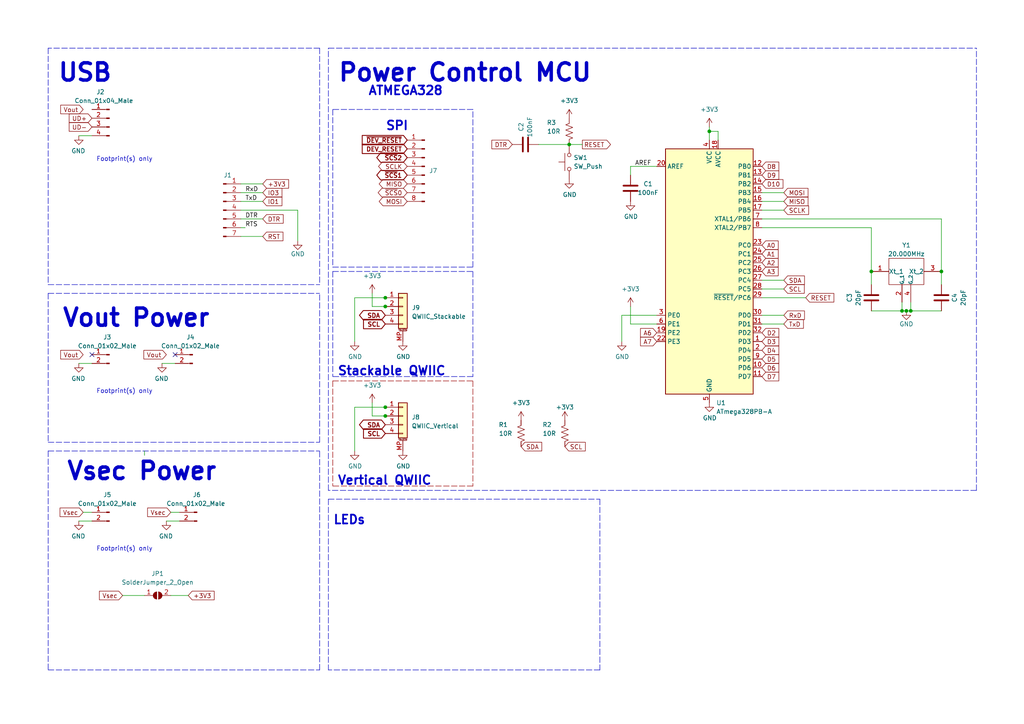
<source format=kicad_sch>
(kicad_sch (version 20211123) (generator eeschema)
  (paper "A4")
  (title_block (title "Tarduino Clone") (rev "0.0.0") (company "The Nerd Mage") (comment 2 "Massively a WIP!"))
  (lib_symbols
    (symbol "0-TINKER Customs:ABM8-26.000MHz-20-D1X-T" (pin_names (offset 0.002))
      (property "Reference" "Y2" (at 0 8.255 0))
      (property "Value" "ABM8-26.000MHz-20-D1X-T" (at 0 6.35 0))
      (symbol "ABM8-26.000MHz-20-D1X-T_0_0"
        (pin passive line (at -10.16 0 0) (length 5.08) (name "Xt_1") (number "1"))
        (pin passive line (at -1.27 -8.89 90) (length 5.08) (name "G_1") (number "2"))
        (pin passive line (at 10.16 0 180) (length 5.08) (name "Xt_2") (number "3"))
        (pin passive line (at 1.27 -8.89 90) (length 5.08) (name "G_2") (number "4"))
      )
      (symbol "ABM8-26.000MHz-20-D1X-T_0_1"
        (polyline (pts (xy -5.08 3.81) (xy 5.08 3.81) (xy 5.08 -3.81) (xy -5.08 -3.81) (xy -5.08 3.81)) (stroke (width 0.1524)))
      )
    )
    (symbol "Connector:Conn_01x02_Male" (pin_names (offset 1.016) hide)
      (property "Reference" "J" (at 0 2.54 0))
      (property "Value" "Conn_01x02_Male" (at 0 -5.08 0))
      (symbol "Conn_01x02_Male_1_1"
        (polyline (pts (xy 1.27 -2.54) (xy 0.8636 -2.54)) (stroke (width 0.1524)))
        (polyline (pts (xy 1.27 0) (xy 0.8636 0)) (stroke (width 0.1524)))
        (rectangle (start 0.8636 -2.413) (end 0 -2.667) (stroke (width 0.1524)) (fill (type outline)))
        (rectangle (start 0.8636 0.127) (end 0 -0.127) (stroke (width 0.1524)) (fill (type outline)))
        (pin passive line (at 5.08 0 180) (length 3.81) (name "Pin_1") (number "1"))
        (pin passive line (at 5.08 -2.54 180) (length 3.81) (name "Pin_2") (number "2"))
      )
    )
    (symbol "Connector:Conn_01x04_Male" (pin_names (offset 1.016) hide)
      (property "Reference" "J" (at 0 5.08 0))
      (property "Value" "Conn_01x04_Male" (at 0 -7.62 0))
      (symbol "Conn_01x04_Male_1_1"
        (polyline (pts (xy 1.27 -5.08) (xy 0.8636 -5.08)) (stroke (width 0.1524)))
        (polyline (pts (xy 1.27 -2.54) (xy 0.8636 -2.54)) (stroke (width 0.1524)))
        (polyline (pts (xy 1.27 0) (xy 0.8636 0)) (stroke (width 0.1524)))
        (polyline (pts (xy 1.27 2.54) (xy 0.8636 2.54)) (stroke (width 0.1524)))
        (rectangle (start 0.8636 -4.953) (end 0 -5.207) (stroke (width 0.1524)) (fill (type outline)))
        (rectangle (start 0.8636 -2.413) (end 0 -2.667) (stroke (width 0.1524)) (fill (type outline)))
        (rectangle (start 0.8636 0.127) (end 0 -0.127) (stroke (width 0.1524)) (fill (type outline)))
        (rectangle (start 0.8636 2.667) (end 0 2.413) (stroke (width 0.1524)) (fill (type outline)))
        (pin passive line (at 5.08 2.54 180) (length 3.81) (name "Pin_1") (number "1"))
        (pin passive line (at 5.08 0 180) (length 3.81) (name "Pin_2") (number "2"))
        (pin passive line (at 5.08 -2.54 180) (length 3.81) (name "Pin_3") (number "3"))
        (pin passive line (at 5.08 -5.08 180) (length 3.81) (name "Pin_4") (number "4"))
      )
    )
    (symbol "Connector:Conn_01x07_Male" (pin_names (offset 1.016) hide)
      (property "Reference" "J" (at 0 10.16 0))
      (property "Value" "Conn_01x07_Male" (at 0 -10.16 0))
      (symbol "Conn_01x07_Male_1_1"
        (polyline (pts (xy 1.27 -7.62) (xy 0.8636 -7.62)) (stroke (width 0.1524)))
        (polyline (pts (xy 1.27 -5.08) (xy 0.8636 -5.08)) (stroke (width 0.1524)))
        (polyline (pts (xy 1.27 -2.54) (xy 0.8636 -2.54)) (stroke (width 0.1524)))
        (polyline (pts (xy 1.27 0) (xy 0.8636 0)) (stroke (width 0.1524)))
        (polyline (pts (xy 1.27 2.54) (xy 0.8636 2.54)) (stroke (width 0.1524)))
        (polyline (pts (xy 1.27 5.08) (xy 0.8636 5.08)) (stroke (width 0.1524)))
        (polyline (pts (xy 1.27 7.62) (xy 0.8636 7.62)) (stroke (width 0.1524)))
        (rectangle (start 0.8636 -7.493) (end 0 -7.747) (stroke (width 0.1524)) (fill (type outline)))
        (rectangle (start 0.8636 -4.953) (end 0 -5.207) (stroke (width 0.1524)) (fill (type outline)))
        (rectangle (start 0.8636 -2.413) (end 0 -2.667) (stroke (width 0.1524)) (fill (type outline)))
        (rectangle (start 0.8636 0.127) (end 0 -0.127) (stroke (width 0.1524)) (fill (type outline)))
        (rectangle (start 0.8636 2.667) (end 0 2.413) (stroke (width 0.1524)) (fill (type outline)))
        (rectangle (start 0.8636 5.207) (end 0 4.953) (stroke (width 0.1524)) (fill (type outline)))
        (rectangle (start 0.8636 7.747) (end 0 7.493) (stroke (width 0.1524)) (fill (type outline)))
        (pin passive line (at 5.08 7.62 180) (length 3.81) (name "Pin_1") (number "1"))
        (pin passive line (at 5.08 5.08 180) (length 3.81) (name "Pin_2") (number "2"))
        (pin passive line (at 5.08 2.54 180) (length 3.81) (name "Pin_3") (number "3"))
        (pin passive line (at 5.08 0 180) (length 3.81) (name "Pin_4") (number "4"))
        (pin passive line (at 5.08 -2.54 180) (length 3.81) (name "Pin_5") (number "5"))
        (pin passive line (at 5.08 -5.08 180) (length 3.81) (name "Pin_6") (number "6"))
        (pin passive line (at 5.08 -7.62 180) (length 3.81) (name "Pin_7") (number "7"))
      )
    )
    (symbol "Connector:Conn_01x08_Male" (pin_names (offset 1.016) hide)
      (property "Reference" "J" (at 0 10.16 0))
      (property "Value" "Conn_01x08_Male" (at 0 -12.7 0))
      (symbol "Conn_01x08_Male_1_1"
        (polyline (pts (xy 1.27 -10.16) (xy 0.8636 -10.16)) (stroke (width 0.1524)))
        (polyline (pts (xy 1.27 -7.62) (xy 0.8636 -7.62)) (stroke (width 0.1524)))
        (polyline (pts (xy 1.27 -5.08) (xy 0.8636 -5.08)) (stroke (width 0.1524)))
        (polyline (pts (xy 1.27 -2.54) (xy 0.8636 -2.54)) (stroke (width 0.1524)))
        (polyline (pts (xy 1.27 0) (xy 0.8636 0)) (stroke (width 0.1524)))
        (polyline (pts (xy 1.27 2.54) (xy 0.8636 2.54)) (stroke (width 0.1524)))
        (polyline (pts (xy 1.27 5.08) (xy 0.8636 5.08)) (stroke (width 0.1524)))
        (polyline (pts (xy 1.27 7.62) (xy 0.8636 7.62)) (stroke (width 0.1524)))
        (rectangle (start 0.8636 -10.033) (end 0 -10.287) (stroke (width 0.1524)) (fill (type outline)))
        (rectangle (start 0.8636 -7.493) (end 0 -7.747) (stroke (width 0.1524)) (fill (type outline)))
        (rectangle (start 0.8636 -4.953) (end 0 -5.207) (stroke (width 0.1524)) (fill (type outline)))
        (rectangle (start 0.8636 -2.413) (end 0 -2.667) (stroke (width 0.1524)) (fill (type outline)))
        (rectangle (start 0.8636 0.127) (end 0 -0.127) (stroke (width 0.1524)) (fill (type outline)))
        (rectangle (start 0.8636 2.667) (end 0 2.413) (stroke (width 0.1524)) (fill (type outline)))
        (rectangle (start 0.8636 5.207) (end 0 4.953) (stroke (width 0.1524)) (fill (type outline)))
        (rectangle (start 0.8636 7.747) (end 0 7.493) (stroke (width 0.1524)) (fill (type outline)))
        (pin passive line (at 5.08 7.62 180) (length 3.81) (name "Pin_1") (number "1"))
        (pin passive line (at 5.08 5.08 180) (length 3.81) (name "Pin_2") (number "2"))
        (pin passive line (at 5.08 2.54 180) (length 3.81) (name "Pin_3") (number "3"))
        (pin passive line (at 5.08 0 180) (length 3.81) (name "Pin_4") (number "4"))
        (pin passive line (at 5.08 -2.54 180) (length 3.81) (name "Pin_5") (number "5"))
        (pin passive line (at 5.08 -5.08 180) (length 3.81) (name "Pin_6") (number "6"))
        (pin passive line (at 5.08 -7.62 180) (length 3.81) (name "Pin_7") (number "7"))
        (pin passive line (at 5.08 -10.16 180) (length 3.81) (name "Pin_8") (number "8"))
      )
    )
    (symbol "Connector_Generic_MountingPin:Conn_01x04_MountingPin" (pin_names (offset 1.016) hide)
      (property "Reference" "J" (at 0 5.08 0))
      (property "Value" "Conn_01x04_MountingPin" (at 1.27 -7.62 0))
      (symbol "Conn_01x04_MountingPin_1_1"
        (rectangle (start -1.27 -4.953) (end 0 -5.207) (stroke (width 0.1524)))
        (rectangle (start -1.27 -2.413) (end 0 -2.667) (stroke (width 0.1524)))
        (rectangle (start -1.27 0.127) (end 0 -0.127) (stroke (width 0.1524)))
        (rectangle (start -1.27 2.667) (end 0 2.413) (stroke (width 0.1524)))
        (rectangle (start -1.27 3.81) (end 1.27 -6.35) (stroke (width 0.254)) (fill (type background)))
        (polyline (pts (xy -1.016 -7.112) (xy 1.016 -7.112)) (stroke (width 0.1524)))
        (text "Mounting" (at 0 -6.731 0) (effects (font (size 0.381 0.381))))
        (pin passive line (at -5.08 2.54 0) (length 3.81) (name "Pin_1") (number "1"))
        (pin passive line (at -5.08 0 0) (length 3.81) (name "Pin_2") (number "2"))
        (pin passive line (at -5.08 -2.54 0) (length 3.81) (name "Pin_3") (number "3"))
        (pin passive line (at -5.08 -5.08 0) (length 3.81) (name "Pin_4") (number "4"))
        (pin passive line (at 0 -10.16 90) (length 3.048) (name "MountPin") (number "MP"))
      )
    )
    (symbol "Connector_QWIIC_Stackable:QWIIC_Stackable" (pin_names (offset 1.016) hide)
      (property "Reference" "J" (at 0 5.08 0))
      (property "Value" "QWIIC_Stackable" (at 1.27 -7.62 0))
      (symbol "QWIIC_Stackable_1_1"
        (rectangle (start -1.27 -4.953) (end 0 -5.207) (stroke (width 0.1524)))
        (rectangle (start -1.27 -2.413) (end 0 -2.667) (stroke (width 0.1524)))
        (rectangle (start -1.27 0.127) (end 0 -0.127) (stroke (width 0.1524)))
        (rectangle (start -1.27 2.667) (end 0 2.413) (stroke (width 0.1524)))
        (rectangle (start -1.27 3.81) (end 1.27 -6.35) (stroke (width 0.254)) (fill (type background)))
        (polyline (pts (xy -1.016 -7.112) (xy 1.016 -7.112)) (stroke (width 0.1524)))
        (text "Mounting" (at 0 -6.731 0) (effects (font (size 0.381 0.381))))
        (pin passive line (at -5.08 2.54 0) (length 3.81) (name "Pin_1") (number "1"))
        (pin passive line (at -5.08 0 0) (length 3.81) (name "Pin_2") (number "2"))
        (pin passive line (at -5.08 -2.54 0) (length 3.81) (name "Pin_3") (number "3"))
        (pin passive line (at -5.08 -5.08 0) (length 3.81) (name "Pin_4") (number "4"))
        (pin passive line (at 0 -10.16 90) (length 3.048) (name "MountPin") (number "MP"))
      )
    )
    (symbol "Device:C" (pin_numbers hide) (pin_names (offset 0.254))
      (property "Reference" "C" (at 0.635 2.54 0))
      (property "Value" "C" (at 0.635 -2.54 0))
      (symbol "C_0_1"
        (polyline (pts (xy -2.032 -0.762) (xy 2.032 -0.762)) (stroke (width 0.508)))
        (polyline (pts (xy -2.032 0.762) (xy 2.032 0.762)) (stroke (width 0.508)))
      )
      (symbol "C_1_1"
        (pin passive line (at 0 3.81 270) (length 2.794) (name "~") (number "1"))
        (pin passive line (at 0 -3.81 90) (length 2.794) (name "~") (number "2"))
      )
    )
    (symbol "Device:R_US" (pin_numbers hide) (pin_names (offset 0))
      (property "Reference" "R" (at 2.54 0 90))
      (property "Value" "R_US" (at -2.54 0 90))
      (symbol "R_US_0_1"
        (polyline (pts (xy 0 -2.286) (xy 0 -2.54)))
        (polyline (pts (xy 0 2.286) (xy 0 2.54)))
        (polyline (pts (xy 0 -0.762) (xy 1.016 -1.143) (xy 0 -1.524) (xy -1.016 -1.905) (xy 0 -2.286)))
        (polyline (pts (xy 0 0.762) (xy 1.016 0.381) (xy 0 0) (xy -1.016 -0.381) (xy 0 -0.762)))
        (polyline (pts (xy 0 2.286) (xy 1.016 1.905) (xy 0 1.524) (xy -1.016 1.143) (xy 0 0.762)))
      )
      (symbol "R_US_1_1"
        (pin passive line (at 0 3.81 270) (length 1.27) (name "~") (number "1"))
        (pin passive line (at 0 -3.81 90) (length 1.27) (name "~") (number "2"))
      )
    )
    (symbol "Jumper:SolderJumper_2_Open" (pin_names (offset 0) hide)
      (property "Reference" "JP" (at 0 2.032 0))
      (property "Value" "SolderJumper_2_Open" (at 0 -2.54 0))
      (symbol "SolderJumper_2_Open_0_1"
        (arc (start -0.254 1.016) (mid -1.27 0) (end -0.254 -1.016))
        (arc (start -0.254 1.016) (mid -1.27 0) (end -0.254 -1.016) (fill (type outline)))
        (polyline (pts (xy -0.254 1.016) (xy -0.254 -1.016)))
        (polyline (pts (xy 0.254 1.016) (xy 0.254 -1.016)))
        (arc (start 0.254 -1.016) (mid 1.27 0) (end 0.254 1.016))
        (arc (start 0.254 -1.016) (mid 1.27 0) (end 0.254 1.016) (fill (type outline)))
      )
      (symbol "SolderJumper_2_Open_1_1"
        (pin passive line (at -3.81 0 0) (length 2.54) (name "A") (number "1"))
        (pin passive line (at 3.81 0 180) (length 2.54) (name "B") (number "2"))
      )
    )
    (symbol "MCU_Microchip_ATmega:ATmega328PB-A"
      (property "Reference" "U" (at -12.7 36.83 0))
      (property "Value" "ATmega328PB-A" (at 2.54 -36.83 0))
      (symbol "ATmega328PB-A_0_1"
        (rectangle (start -12.7 -35.56) (end 12.7 35.56) (stroke (width 0.254)) (fill (type background)))
      )
      (symbol "ATmega328PB-A_1_1"
        (pin bidirectional line (at 15.24 -20.32 180) (length 2.54) (name "PD3") (number "1"))
        (pin bidirectional line (at 15.24 -27.94 180) (length 2.54) (name "PD6") (number "10"))
        (pin bidirectional line (at 15.24 -30.48 180) (length 2.54) (name "PD7") (number "11"))
        (pin bidirectional line (at 15.24 30.48 180) (length 2.54) (name "PB0") (number "12"))
        (pin bidirectional line (at 15.24 27.94 180) (length 2.54) (name "PB1") (number "13"))
        (pin bidirectional line (at 15.24 25.4 180) (length 2.54) (name "PB2") (number "14"))
        (pin bidirectional line (at 15.24 22.86 180) (length 2.54) (name "PB3") (number "15"))
        (pin bidirectional line (at 15.24 20.32 180) (length 2.54) (name "PB4") (number "16"))
        (pin bidirectional line (at 15.24 17.78 180) (length 2.54) (name "PB5") (number "17"))
        (pin power_in line (at 2.54 38.1 270) (length 2.54) (name "AVCC") (number "18"))
        (pin bidirectional line (at -15.24 -17.78 0) (length 2.54) (name "PE2") (number "19"))
        (pin bidirectional line (at 15.24 -22.86 180) (length 2.54) (name "PD4") (number "2"))
        (pin passive line (at -15.24 30.48 0) (length 2.54) (name "AREF") (number "20"))
        (pin passive line (at 0 -38.1 90) (length 2.54) hide (name "GND") (number "21"))
        (pin bidirectional line (at -15.24 -20.32 0) (length 2.54) (name "PE3") (number "22"))
        (pin bidirectional line (at 15.24 7.62 180) (length 2.54) (name "PC0") (number "23"))
        (pin bidirectional line (at 15.24 5.08 180) (length 2.54) (name "PC1") (number "24"))
        (pin bidirectional line (at 15.24 2.54 180) (length 2.54) (name "PC2") (number "25"))
        (pin bidirectional line (at 15.24 0 180) (length 2.54) (name "PC3") (number "26"))
        (pin bidirectional line (at 15.24 -2.54 180) (length 2.54) (name "PC4") (number "27"))
        (pin bidirectional line (at 15.24 -5.08 180) (length 2.54) (name "PC5") (number "28"))
        (pin bidirectional line (at 15.24 -7.62 180) (length 2.54) (name "~{RESET}/PC6") (number "29"))
        (pin bidirectional line (at -15.24 -12.7 0) (length 2.54) (name "PE0") (number "3"))
        (pin bidirectional line (at 15.24 -12.7 180) (length 2.54) (name "PD0") (number "30"))
        (pin bidirectional line (at 15.24 -15.24 180) (length 2.54) (name "PD1") (number "31"))
        (pin bidirectional line (at 15.24 -17.78 180) (length 2.54) (name "PD2") (number "32"))
        (pin power_in line (at 0 38.1 270) (length 2.54) (name "VCC") (number "4"))
        (pin power_in line (at 0 -38.1 90) (length 2.54) (name "GND") (number "5"))
        (pin bidirectional line (at -15.24 -15.24 0) (length 2.54) (name "PE1") (number "6"))
        (pin bidirectional line (at 15.24 15.24 180) (length 2.54) (name "XTAL1/PB6") (number "7"))
        (pin bidirectional line (at 15.24 12.7 180) (length 2.54) (name "XTAL2/PB7") (number "8"))
        (pin bidirectional line (at 15.24 -25.4 180) (length 2.54) (name "PD5") (number "9"))
      )
    )
    (symbol "Switch:SW_Push" (pin_numbers hide) (pin_names (offset 1.016) hide)
      (property "Reference" "SW" (at 1.27 2.54 0))
      (property "Value" "SW_Push" (at 0 -1.524 0))
      (symbol "SW_Push_0_1"
        (circle (center -2.032 0) (radius 0.508))
        (polyline (pts (xy 0 1.27) (xy 0 3.048)))
        (polyline (pts (xy 2.54 1.27) (xy -2.54 1.27)))
        (circle (center 2.032 0) (radius 0.508))
        (pin passive line (at -5.08 0 0) (length 2.54) (name "1") (number "1"))
        (pin passive line (at 5.08 0 180) (length 2.54) (name "2") (number "2"))
      )
    )
    (symbol "power:+3.3V" (power) (pin_names (offset 0))
      (property "Value" "+3.3V" (at 0 3.556 0))
      (symbol "+3.3V_0_1"
        (polyline (pts (xy -0.762 1.27) (xy 0 2.54)))
        (polyline (pts (xy 0 0) (xy 0 2.54)))
        (polyline (pts (xy 0 2.54) (xy 0.762 1.27)))
      )
      (symbol "+3.3V_1_1"
        (pin power_in line (at 0 0 90) (length 0) hide (name "+3V3") (number "1"))
      )
    )
    (symbol "power:GND" (power) (pin_names (offset 0))
      (property "Value" "GND" (at 0 -3.81 0))
      (symbol "GND_0_1"
        (polyline (pts (xy 0 0) (xy 0 -1.27) (xy 1.27 -1.27) (xy 0 -2.54) (xy -1.27 -1.27) (xy 0 -1.27)))
      )
      (symbol "GND_1_1"
        (pin power_in line (at 0 0 270) (length 0) hide (name "GND") (number "1"))
      )
    )
  )
  (junction (at 111.76 118.11))
  (junction (at 252.73 78.74))
  (junction (at 111.76 120.65))
  (junction (at 165.1 41.91))
  (junction (at 205.74 38.1))
  (junction (at 111.76 86.36))
  (junction (at 111.76 88.9))
  (junction (at 264.16 90.17))
  (junction (at 273.05 78.74))
  (junction (at 261.62 90.17))
  (junction (at 262.89 90.17))
  (no_connect (at 50.8 102.87))
  (no_connect (at 26.67 102.87))
  (wire (pts (xy 107.95 120.65) (xy 111.76 120.65)))
  (polyline (pts (xy 96.52 78.74) (xy 96.52 109.22)))
  (wire (pts (xy 273.05 78.74) (xy 273.05 82.55)))
  (wire (pts (xy 35.56 172.72) (xy 41.91 172.72)))
  (wire (pts (xy 227.33 91.44) (xy 220.98 91.44)))
  (polyline (pts (xy 95.25 144.78) (xy 173.99 144.78)))
  (polyline (pts (xy 92.71 13.97) (xy 92.71 82.55)))
  (wire (pts (xy 180.34 91.44) (xy 180.34 99.06)))
  (polyline (pts (xy 96.52 110.49) (xy 137.16 110.49)) (stroke (width 0) (color 155 0 0 1)))
  (polyline (pts (xy 92.71 13.97) (xy 13.97 13.97)))
  (polyline (pts (xy 13.97 128.27) (xy 92.71 128.27)))
  (polyline (pts (xy 95.25 144.78) (xy 95.25 194.31)))
  (wire (pts (xy 252.73 66.04) (xy 252.73 78.74)))
  (wire (pts (xy 252.73 90.17) (xy 261.62 90.17)))
  (wire (pts (xy 102.87 118.11) (xy 102.87 130.81)))
  (wire (pts (xy 69.85 53.34) (xy 76.2 53.34)))
  (polyline (pts (xy 92.71 128.27) (xy 92.71 85.09)))
  (wire (pts (xy 227.33 93.98) (xy 220.98 93.98)))
  (wire (pts (xy 227.33 55.88) (xy 220.98 55.88)))
  (wire (pts (xy 182.88 48.26) (xy 182.88 50.8)))
  (wire (pts (xy 165.1 41.91) (xy 168.91 41.91)))
  (wire (pts (xy 107.95 120.65) (xy 107.95 116.84)))
  (polyline (pts (xy 96.52 78.74) (xy 137.16 78.74)))
  (wire (pts (xy 111.76 120.65) (xy 111.7051 120.6684)))
  (polyline (pts (xy 13.97 130.81) (xy 92.71 130.81)))
  (wire (pts (xy 69.85 66.04) (xy 71.12 66.04)))
  (polyline (pts (xy 96.52 110.49) (xy 96.52 140.97)) (stroke (width 0) (color 155 0 0 1)))
  (wire (pts (xy 69.85 63.5) (xy 76.2 63.5)))
  (polyline (pts (xy 13.97 85.09) (xy 13.97 128.27)))
  (wire (pts (xy 69.85 68.58) (xy 76.2 68.58)))
  (wire (pts (xy 190.5 48.26) (xy 182.88 48.26)))
  (polyline (pts (xy 173.99 194.31) (xy 95.25 194.31)))
  (wire (pts (xy 111.76 86.36) (xy 111.7051 86.3784)))
  (wire (pts (xy 233.68 86.36) (xy 220.98 86.36)))
  (wire (pts (xy 208.28 38.1) (xy 205.74 38.1)))
  (polyline (pts (xy 13.97 194.31) (xy 92.71 194.31)))
  (wire (pts (xy 26.67 39.37) (xy 22.86 39.37)))
  (polyline (pts (xy 137.16 78.74) (xy 137.16 109.22)))
  (wire (pts (xy 69.85 58.42) (xy 76.2 58.42)))
  (polyline (pts (xy 137.16 77.47) (xy 137.16 31.75)))
  (polyline (pts (xy 13.97 82.55) (xy 92.71 82.55)))
  (wire (pts (xy 102.87 86.36) (xy 102.87 99.06)))
  (wire (pts (xy 227.33 58.42) (xy 220.98 58.42)))
  (polyline (pts (xy 95.25 142.24) (xy 95.25 13.97)))
  (polyline (pts (xy 92.71 194.31) (xy 92.71 130.81)))
  (wire (pts (xy 252.73 78.74) (xy 252.73 82.55)))
  (wire (pts (xy 156.21 41.91) (xy 165.1 41.91)))
  (polyline (pts (xy 13.97 130.81) (xy 13.97 194.31)))
  (wire (pts (xy 205.74 36.83) (xy 205.74 38.1)))
  (wire (pts (xy 220.98 81.28) (xy 227.33 81.28)))
  (wire (pts (xy 86.36 60.96) (xy 69.85 60.96)))
  (wire (pts (xy 208.28 40.64) (xy 208.28 38.1)))
  (polyline (pts (xy 95.25 13.97) (xy 283.21 13.97)))
  (polyline (pts (xy 283.21 142.24) (xy 95.25 142.24)))
  (polyline (pts (xy 13.97 13.97) (xy 13.97 82.55)))
  (wire (pts (xy 261.62 90.17) (xy 262.89 90.17)))
  (wire (pts (xy 26.67 105.41) (xy 22.86 105.41)))
  (wire (pts (xy 69.85 55.88) (xy 76.2 55.88)))
  (wire (pts (xy 264.16 87.63) (xy 264.16 90.17)))
  (wire (pts (xy 182.88 93.98) (xy 182.88 88.9)))
  (wire (pts (xy 273.05 63.5) (xy 273.05 78.74)))
  (polyline (pts (xy 137.16 110.49) (xy 137.16 140.97)) (stroke (width 0) (color 155 0 0 1)))
  (wire (pts (xy 111.76 118.11) (xy 111.7051 118.1284)))
  (wire (pts (xy 41.91 132.08) (xy 41.91 130.81)))
  (wire (pts (xy 264.16 90.17) (xy 273.05 90.17)))
  (wire (pts (xy 111.76 88.9) (xy 111.7051 88.9184)))
  (polyline (pts (xy 137.16 31.75) (xy 96.52 31.75)))
  (wire (pts (xy 111.76 86.36) (xy 102.87 86.36)))
  (wire (pts (xy 262.89 90.17) (xy 264.16 90.17)))
  (wire (pts (xy 49.53 172.72) (xy 54.61 172.72)))
  (polyline (pts (xy 96.52 31.75) (xy 96.52 77.47)))
  (wire (pts (xy 220.98 83.82) (xy 227.33 83.82)))
  (wire (pts (xy 205.74 38.1) (xy 205.74 40.64)))
  (polyline (pts (xy 137.16 109.22) (xy 96.52 109.22)))
  (wire (pts (xy 261.62 87.63) (xy 261.62 90.17)))
  (wire (pts (xy 49.53 148.59) (xy 52.07 148.59)))
  (wire (pts (xy 190.5 93.98) (xy 182.88 93.98)))
  (polyline (pts (xy 137.16 140.97) (xy 96.52 140.97)) (stroke (width 0) (color 155 0 0 1)))
  (wire (pts (xy 227.33 60.96) (xy 220.98 60.96)))
  (wire (pts (xy 220.98 63.5) (xy 273.05 63.5)))
  (wire (pts (xy 190.5 91.44) (xy 180.34 91.44)))
  (wire (pts (xy 111.76 88.9) (xy 107.95 88.9)))
  (polyline (pts (xy 96.52 77.47) (xy 137.16 77.47)))
  (wire (pts (xy 220.98 66.04) (xy 252.73 66.04)))
  (polyline (pts (xy 173.99 144.78) (xy 173.99 194.31)))
  (wire (pts (xy 52.07 151.13) (xy 48.26 151.13)))
  (wire (pts (xy 86.36 69.85) (xy 86.36 60.96)))
  (wire (pts (xy 50.8 105.41) (xy 46.99 105.41)))
  (wire (pts (xy 107.95 88.9) (xy 107.95 85.09)))
  (polyline (pts (xy 283.21 142.24) (xy 283.21 13.97)))
  (polyline (pts (xy 13.97 85.09) (xy 92.71 85.09)))
  (wire (pts (xy 24.13 148.59) (xy 26.67 148.59)))
  (wire (pts (xy 26.67 151.13) (xy 22.86 151.13)))
  (wire (pts (xy 102.87 118.11) (xy 111.76 118.11)))
  (text "Vsec Power" (at 19.05 139.7 0) (effects (font (size 5 5) (thickness 1) bold) (justify left bottom)))
  (text "Vout Power" (at 17.78 95.25 0) (effects (font (size 5 5) (thickness 1) bold) (justify left bottom)))
  (text "Footprint(s) only" (at 27.94 46.99 0) (effects (font (size 1.27 1.27)) (justify left bottom)))
  (text "Vertical QWIIC" (at 97.79 140.97 0) (effects (font (size 2.54 2.54) (thickness 0.508) bold) (justify left bottom)))
  (text "Stackable QWIIC" (at 97.79 109.22 0) (effects (font (size 2.54 2.54) (thickness 0.508) bold) (justify left bottom)))
  (text "Footprint(s) only" (at 27.94 160.02 0) (effects (font (size 1.27 1.27)) (justify left bottom)))
  (text "ATMEGA328" (at 106.68 27.94 180) (effects (font (size 2.54 2.54) (thickness 0.508) bold) (justify left bottom)))
  (text "USB" (at 16.51 24.13 0) (effects (font (size 5 5) (thickness 1) bold) (justify left bottom)))
  (text "SPI" (at 111.76 38.1 0) (effects (font (size 2.54 2.54) (thickness 0.508) bold) (justify left bottom)))
  (text "Power Control MCU" (at 97.79 24.13 0) (effects (font (size 5 5) (thickness 1) bold) (justify left bottom)))
  (text "Footprint(s) only" (at 27.94 114.3 0) (effects (font (size 1.27 1.27)) (justify left bottom)))
  (text "LEDs" (at 96.52 152.4 180) (effects (font (size 2.54 2.54) (thickness 0.508) bold) (justify left bottom)))
  (label "RTS" (at 71.12 66.04 0))
  (label "AREF" (at 184.15 48.26 0))
  (label "RxD" (at 71.12 55.88 0))
  (label "TxD" (at 71.12 58.42 0))
  (label "DTR" (at 71.12 63.5 0))
  (global_label "SDA" (shape input) (at 227.33 81.28 0) (property "Intersheet References" "${INTERSHEET_REFS}" (effects hide)))
  (global_label "RST" (shape input) (at 76.2 68.58 0) (property "Intersheet References" "${INTERSHEET_REFS}" (effects hide)))
  (global_label "MOSI" (shape bidirectional) (at 118.11 58.42 180) (property "Intersheet References" "${INTERSHEET_REFS}" (effects hide)))
  (global_label "~{DEV_RESET}" (shape input) (at 118.11 40.64 180) (effects (font (thickness 0.254) bold)) (property "Intersheet References" "${INTERSHEET_REFS}" (effects hide)))
  (global_label "A7" (shape input) (at 190.5 99.06 180) (property "Intersheet References" "${INTERSHEET_REFS}" (effects hide)))
  (global_label "DTR" (shape input) (at 148.59 41.91 180) (property "Intersheet References" "${INTERSHEET_REFS}" (effects hide)))
  (global_label "SCLK" (shape bidirectional) (at 118.11 48.26 180) (property "Intersheet References" "${INTERSHEET_REFS}" (effects hide)))
  (global_label "SCL" (shape input) (at 111.76 93.98 180) (effects (font (thickness 0.254) bold)) (property "Intersheet References" "${INTERSHEET_REFS}" (effects hide)))
  (global_label "A1" (shape input) (at 220.98 73.66 0) (property "Intersheet References" "${INTERSHEET_REFS}" (effects hide)))
  (global_label "Vout" (shape input) (at 24.13 31.75 180) (property "Intersheet References" "${INTERSHEET_REFS}" (effects hide)))
  (global_label "TxD" (shape input) (at 227.33 93.98 0) (property "Intersheet References" "${INTERSHEET_REFS}" (effects hide)))
  (global_label "MISO" (shape input) (at 227.33 58.42 0) (property "Intersheet References" "${INTERSHEET_REFS}" (effects hide)))
  (global_label "~{SCS}1" (shape bidirectional) (at 118.11 50.8 180) (effects (font (thickness 0.254) bold)) (property "Intersheet References" "${INTERSHEET_REFS}" (effects hide)))
  (global_label "Vout" (shape input) (at 24.13 102.87 180) (property "Intersheet References" "${INTERSHEET_REFS}" (effects hide)))
  (global_label "SCLK" (shape input) (at 227.33 60.96 0) (property "Intersheet References" "${INTERSHEET_REFS}" (effects hide)))
  (global_label "MISO" (shape bidirectional) (at 118.11 53.34 180) (property "Intersheet References" "${INTERSHEET_REFS}" (effects hide)))
  (global_label "SDA" (shape bidirectional) (at 111.76 91.44 180) (effects (font bold)) (property "Intersheet References" "${INTERSHEET_REFS}" (effects hide)))
  (global_label "IO3" (shape input) (at 76.2 55.88 0) (property "Intersheet References" "${INTERSHEET_REFS}" (effects hide)))
  (global_label "DEV_RESET" (shape input) (at 118.11 43.18 180) (effects (font (thickness 0.254) bold)) (property "Intersheet References" "${INTERSHEET_REFS}" (effects hide)))
  (global_label "Vsec" (shape input) (at 24.13 148.59 180) (property "Intersheet References" "${INTERSHEET_REFS}" (effects hide)))
  (global_label "D9" (shape input) (at 220.98 50.8 0) (property "Intersheet References" "${INTERSHEET_REFS}" (effects hide)))
  (global_label "MOSI" (shape input) (at 227.33 55.88 0) (property "Intersheet References" "${INTERSHEET_REFS}" (effects hide)))
  (global_label "UD-" (shape input) (at 26.67 36.83 180) (property "Intersheet References" "${INTERSHEET_REFS}" (effects hide)))
  (global_label "Vout" (shape input) (at 48.26 102.87 180) (property "Intersheet References" "${INTERSHEET_REFS}" (effects hide)))
  (global_label "D10" (shape input) (at 220.98 53.34 0) (property "Intersheet References" "${INTERSHEET_REFS}" (effects hide)))
  (global_label "+3V3" (shape input) (at 54.61 172.72 0) (property "Intersheet References" "${INTERSHEET_REFS}" (effects hide)))
  (global_label "D6" (shape input) (at 220.98 106.68 0) (property "Intersheet References" "${INTERSHEET_REFS}" (effects hide)))
  (global_label "A0" (shape input) (at 220.98 71.12 0) (property "Intersheet References" "${INTERSHEET_REFS}" (effects hide)))
  (global_label "D3" (shape input) (at 220.98 99.06 0) (property "Intersheet References" "${INTERSHEET_REFS}" (effects hide)))
  (global_label "A2" (shape input) (at 220.98 76.2 0) (property "Intersheet References" "${INTERSHEET_REFS}" (effects hide)))
  (global_label "D8" (shape input) (at 220.98 48.26 0) (property "Intersheet References" "${INTERSHEET_REFS}" (effects hide)))
  (global_label "D4" (shape input) (at 220.98 101.6 0) (property "Intersheet References" "${INTERSHEET_REFS}" (effects hide)))
  (global_label "Vsec" (shape input) (at 35.56 172.72 180) (property "Intersheet References" "${INTERSHEET_REFS}" (effects hide)))
  (global_label "SCL" (shape input) (at 163.83 129.54 0) (property "Intersheet References" "${INTERSHEET_REFS}" (effects hide)))
  (global_label "+3V3" (shape input) (at 76.2 53.34 0) (property "Intersheet References" "${INTERSHEET_REFS}" (effects hide)))
  (global_label "IO1" (shape input) (at 76.2 58.42 0) (property "Intersheet References" "${INTERSHEET_REFS}" (effects hide)))
  (global_label "D2" (shape input) (at 220.98 96.52 0) (property "Intersheet References" "${INTERSHEET_REFS}" (effects hide)))
  (global_label "A3" (shape input) (at 220.98 78.74 0) (property "Intersheet References" "${INTERSHEET_REFS}" (effects hide)))
  (global_label "D7" (shape input) (at 220.98 109.22 0) (property "Intersheet References" "${INTERSHEET_REFS}" (effects hide)))
  (global_label "RxD" (shape input) (at 227.33 91.44 0) (property "Intersheet References" "${INTERSHEET_REFS}" (effects hide)))
  (global_label "~{SCS}0" (shape bidirectional) (at 118.11 55.88 180) (property "Intersheet References" "${INTERSHEET_REFS}" (effects hide)))
  (global_label "RESET" (shape output) (at 168.91 41.91 0) (property "Intersheet References" "${INTERSHEET_REFS}" (effects hide)))
  (global_label "SDA" (shape bidirectional) (at 111.76 123.19 180) (effects (font bold)) (property "Intersheet References" "${INTERSHEET_REFS}" (effects hide)))
  (global_label "DTR" (shape input) (at 76.2 63.5 0) (property "Intersheet References" "${INTERSHEET_REFS}" (effects hide)))
  (global_label "SCL" (shape input) (at 227.33 83.82 0) (property "Intersheet References" "${INTERSHEET_REFS}" (effects hide)))
  (global_label "SCL" (shape input) (at 111.76 125.73 180) (effects (font (thickness 0.254) bold)) (property "Intersheet References" "${INTERSHEET_REFS}" (effects hide)))
  (global_label "SDA" (shape input) (at 151.13 129.54 0) (property "Intersheet References" "${INTERSHEET_REFS}" (effects hide)))
  (global_label "Vsec" (shape input) (at 49.53 148.59 180) (property "Intersheet References" "${INTERSHEET_REFS}" (effects hide)))
  (global_label "A6" (shape input) (at 190.5 96.52 180) (property "Intersheet References" "${INTERSHEET_REFS}" (effects hide)))
  (global_label "RESET" (shape input) (at 233.68 86.36 0) (property "Intersheet References" "${INTERSHEET_REFS}" (effects hide)))
  (global_label "D5" (shape input) (at 220.98 104.14 0) (property "Intersheet References" "${INTERSHEET_REFS}" (effects hide)))
  (global_label "UD+" (shape input) (at 26.67 34.29 180) (property "Intersheet References" "${INTERSHEET_REFS}" (effects hide)))
  (global_label "~{SCS}2" (shape bidirectional) (at 118.11 45.72 180) (effects (font (thickness 0.254) bold)) (property "Intersheet References" "${INTERSHEET_REFS}" (effects hide)))
  (symbol (lib_id "Device:C") (at 273.05 86.36 0) (mirror x) (unit 1)
    (property "Reference" "C4" (at 276.86 86.36 90))
    (property "Value" "20pF" (at 279.4 86.36 90))
    (property "Footprint" "Capacitor_SMD:C_0603_1608Metric" (effects hide))
    (property "LCSC" "C105621" (effects hide))
  )
  (symbol (lib_id "power:GND") (at 116.84 99.06 0) (unit 1)
    (property "Reference" "#PWR0115" (effects hide))
    (property "Value" "GND" (at 116.967 103.4542 0))
  )
  (symbol (lib_id "Connector:Conn_01x07_Male") (at 64.77 60.96 0) (unit 1) (in_bom no)
    (property "Reference" "J1" (at 66.04 50.8 0))
    (property "Value" "Conn_01x07_Male" (effects hide))
    (property "Footprint" "Tinker:Board_Stacker_7" (effects hide))
    (property "Note" "Footprint only" (effects hide))
  )
  (symbol (lib_id "Connector:Conn_01x02_Male") (at 31.75 102.87 0) (mirror y) (unit 1) (in_bom no)
    (property "Reference" "J3" (at 31.115 97.79 0))
    (property "Value" "Conn_01x02_Male" (at 31.115 100.33 0))
    (property "Footprint" "Tinker:Board_Stacker_2" (effects hide))
  )
  (symbol (lib_id "Device:C") (at 252.73 86.36 180) (unit 1)
    (property "Reference" "C3" (at 246.38 86.36 90))
    (property "Value" "20pF" (at 248.92 86.36 90))
    (property "Footprint" "Capacitor_SMD:C_0603_1608Metric" (effects hide))
    (property "LCSC" "C105621" (effects hide))
  )
  (symbol (lib_id "power:GND") (at 22.86 39.37 0) (mirror y) (unit 1)
    (property "Reference" "#PWR0106" (effects hide))
    (property "Value" "GND" (at 22.733 43.7642 0))
  )
  (symbol (lib_id "Connector_Generic_MountingPin:Conn_01x04_MountingPin") (at 116.84 120.65 0) (unit 1) (in_bom no) (on_board no)
    (property "Reference" "J8" (at 119.38 121.0055 0) (effects (justify left)))
    (property "Value" "QWIIC_Vertical" (at 119.38 123.5455 0) (effects (justify left)))
    (property "Footprint" "Tinker:QWIIC_Vertical" (effects hide))
    (property "LCSC" "C145961" (effects hide))
  )
  (symbol (lib_id "power:+3.3V") (at 205.74 36.83 0) (unit 1)
    (property "Reference" "#PWR0105" (effects hide))
    (property "Value" "+3.3V" (at 205.74 31.75 0))
  )
  (symbol (lib_id "MCU_Microchip_ATmega:ATmega328PB-A") (at 205.74 78.74 0) (unit 1)
    (property "Reference" "U1" (at 207.7594 116.84 0) (effects (justify left)))
    (property "Value" "ATmega328PB-A" (at 207.7594 119.38 0) (effects (justify left)))
    (property "Footprint" "Package_QFP:TQFP-32_7x7mm_P0.8mm" (effects hide))
    (property "Datasheet" "http://ww1.microchip.com/downloads/en/DeviceDoc/40001906C.pdf" (effects hide))
  )
  (symbol (lib_id "Connector:Conn_01x08_Male") (at 123.19 48.26 0) (mirror y) (unit 1)
    (property "Reference" "J7" (at 124.46 49.5299 0) (effects (justify right)))
    (property "Value" "Conn_01x08_Male" (effects hide))
    (property "Footprint" "Tinker:PinHeader_2x04_P1.27mm_Vertical" (effects hide))
    (property "LCSC" "C2881786 + C2684732" (effects hide))
  )
  (symbol (lib_id "power:GND") (at 165.1 52.07 0) (unit 1)
    (property "Reference" "#PWR0112" (effects hide))
    (property "Value" "GND" (at 165.227 56.4642 0))
  )
  (symbol (lib_id "power:GND") (at 102.87 99.06 0) (unit 1)
    (property "Reference" "#PWR0113" (effects hide))
    (property "Value" "GND" (at 102.997 103.4542 0))
  )
  (symbol (lib_id "power:+3.3V") (at 163.83 121.92 0) (unit 1)
    (property "Reference" "#PWR0117" (effects hide))
    (property "Value" "+3.3V" (at 163.83 118.11 0))
  )
  (symbol (lib_id "power:GND") (at 22.86 105.41 0) (mirror y) (unit 1)
    (property "Reference" "#PWR0104" (effects hide))
    (property "Value" "GND" (at 22.733 109.8042 0))
  )
  (symbol (lib_id "Switch:SW_Push") (at 165.1 46.99 90) (unit 1)
    (property "Reference" "SW1" (at 166.37 45.7199 90) (effects (justify right)))
    (property "Value" "SW_Push" (at 166.37 48.2599 90) (effects (justify right)))
    (property "Footprint" "Tinker:SW_Push_TS273014TP" (effects hide))
    (property "LCSC" "C2858276" (effects hide))
  )
  (symbol (lib_id "Device:R_US") (at 163.83 125.73 0) (mirror x) (unit 1)
    (property "Reference" "R2" (at 160.02 123.19 0) (effects (justify right)))
    (property "Value" "10R" (at 161.29 125.73 0) (effects (justify right)))
    (property "Footprint" "Resistor_SMD:R_0603_1608Metric" (effects hide))
    (property "LCSC" "C103222" (effects hide))
  )
  (symbol (lib_id "power:GND") (at 262.89 90.17 0) (unit 1)
    (property "Reference" "#PWR0118" (effects hide))
    (property "Value" "GND" (at 262.89 93.98 0))
  )
  (symbol (lib_id "power:GND") (at 205.74 116.84 0) (unit 1)
    (property "Reference" "#PWR0103" (effects hide))
    (property "Value" "GND" (at 205.867 121.2342 0))
  )
  (symbol (lib_id "power:GND") (at 48.26 151.13 0) (mirror y) (unit 1)
    (property "Reference" "#PWR0101" (effects hide))
    (property "Value" "GND" (at 48.133 155.5242 0))
  )
  (symbol (lib_id "power:GND") (at 46.99 105.41 0) (mirror y) (unit 1)
    (property "Reference" "#PWR0121" (effects hide))
    (property "Value" "GND" (at 46.863 109.8042 0))
  )
  (symbol (lib_id "power:GND") (at 22.86 151.13 0) (mirror y) (unit 1)
    (property "Reference" "#PWR0120" (effects hide))
    (property "Value" "GND" (at 22.733 155.5242 0))
  )
  (symbol (lib_id "Device:C") (at 152.4 41.91 270) (mirror x) (unit 1)
    (property "Reference" "C2" (at 151.13 36.83 0))
    (property "Value" "100nF" (at 153.67 36.83 0))
    (property "Footprint" "Capacitor_SMD:C_0603_1608Metric" (effects hide))
    (property "LCSC" "C14663" (effects hide))
  )
  (symbol (lib_id "power:GND") (at 86.36 69.85 0) (unit 1)
    (property "Reference" "#PWR0102" (effects hide))
    (property "Value" "GND" (at 86.36 73.66 0))
  )
  (symbol (lib_id "Device:R_US") (at 151.13 125.73 0) (mirror x) (unit 1)
    (property "Reference" "R1" (at 147.32 123.19 0) (effects (justify right)))
    (property "Value" "10R" (at 148.59 125.73 0) (effects (justify right)))
    (property "Footprint" "Resistor_SMD:R_0603_1608Metric" (effects hide))
    (property "LCSC" "C103222" (effects hide))
  )
  (symbol (lib_id "Jumper:SolderJumper_2_Open") (at 45.72 172.72 0) (unit 1) (in_bom no)
    (property "Reference" "JP1" (at 45.72 166.37 0))
    (property "Value" "SolderJumper_2_Open" (at 45.72 168.91 0))
    (property "Footprint" "Tinker:SolderJumper-2_P_Open_Rounded_skinny" (effects hide))
  )
  (symbol (lib_id "Device:C") (at 182.88 54.61 0) (mirror x) (unit 1)
    (property "Reference" "C1" (at 187.96 53.34 0))
    (property "Value" "100nF" (at 187.96 55.88 0))
    (property "Footprint" "Capacitor_SMD:C_0603_1608Metric" (effects hide))
    (property "LCSC" "C14663" (effects hide))
  )
  (symbol (lib_id "Connector_QWIIC_Stackable:QWIIC_Stackable") (at 116.84 88.9 0) (unit 1)
    (property "Reference" "J9" (at 119.4349 89.2555 0) (effects (justify left)))
    (property "Value" "QWIIC_Stackable" (at 119.4349 91.7955 0) (effects (justify left)))
    (property "Footprint" "Tinker:QWIIC_Stack_II" (effects hide))
    (property "LCSC" "C145956, C2881513, C2938401" (effects hide))
  )
  (symbol (lib_id "power:+3.3V") (at 107.95 85.09 0) (unit 1)
    (property "Reference" "#PWR0122" (effects hide))
    (property "Value" "+3.3V" (at 107.95 80.01 0))
  )
  (symbol (lib_id "power:+3.3V") (at 151.13 121.92 0) (unit 1)
    (property "Reference" "#PWR0116" (effects hide))
    (property "Value" "+3.3V" (at 151.13 116.84 0))
  )
  (symbol (lib_id "power:GND") (at 102.87 130.81 0) (unit 1)
    (property "Reference" "#PWR0110" (effects hide))
    (property "Value" "GND" (at 102.997 135.2042 0))
  )
  (symbol (lib_id "power:GND") (at 180.34 99.06 0) (unit 1)
    (property "Reference" "#PWR0107" (effects hide))
    (property "Value" "GND" (at 180.467 103.4542 0))
  )
  (symbol (lib_id "Connector:Conn_01x02_Male") (at 57.15 148.59 0) (mirror y) (unit 1) (in_bom no)
    (property "Reference" "J6" (at 55.88 143.51 0) (effects (justify right)))
    (property "Value" "Conn_01x02_Male" (at 48.26 146.05 0) (effects (justify right)))
    (property "Footprint" "Tinker:Board_Stacker_2" (effects hide))
  )
  (symbol (lib_id "Connector:Conn_01x04_Male") (at 31.75 34.29 0) (mirror y) (unit 1) (in_bom no)
    (property "Reference" "J2" (at 27.94 26.67 0) (effects (justify right)))
    (property "Value" "Conn_01x04_Male" (at 21.59 29.21 0) (effects (justify right)))
    (property "Footprint" "Tinker:Board_Stacker_4" (effects hide))
  )
  (symbol (lib_id "power:+3.3V") (at 182.88 88.9 0) (unit 1)
    (property "Reference" "#PWR0108" (effects hide))
    (property "Value" "+3.3V" (at 182.88 83.82 0))
  )
  (symbol (lib_id "power:GND") (at 182.88 58.42 0) (unit 1)
    (property "Reference" "#PWR0111" (effects hide))
    (property "Value" "GND" (at 183.007 62.8142 0))
  )
  (symbol (lib_id "Connector:Conn_01x02_Male") (at 55.88 102.87 0) (mirror y) (unit 1) (in_bom no)
    (property "Reference" "J4" (at 55.245 97.79 0))
    (property "Value" "Conn_01x02_Male" (at 55.245 100.33 0))
    (property "Footprint" "Tinker:Board_Stacker_2" (effects hide))
  )
  (symbol (lib_id "0-TINKER Customs:ABM8-26.000MHz-20-D1X-T") (at 262.89 78.74 0) (unit 1)
    (property "Reference" "Y1" (at 262.89 71.12 0))
    (property "Value" "20.000MHz" (at 262.89 73.66 0))
    (property "Footprint" "Tinker:ABM825000MHz10B1UT" (effects hide))
    (property "Description" "CRYSTAL 20.0000MHZ 20PF SMD" (effects hide))
    (property "LCSC" "C7294562" (effects hide))
  )
  (symbol (lib_id "Device:R_US") (at 165.1 38.1 0) (mirror x) (unit 1)
    (property "Reference" "R3" (at 161.29 35.56 0) (effects (justify right)))
    (property "Value" "10R" (at 162.56 38.1 0) (effects (justify right)))
    (property "Footprint" "Resistor_SMD:R_0603_1608Metric" (effects hide))
    (property "LCSC" "C103222" (effects hide))
  )
  (symbol (lib_id "power:+3.3V") (at 107.95 116.84 0) (unit 1)
    (property "Reference" "#PWR0119" (effects hide))
    (property "Value" "+3.3V" (at 107.95 111.76 0))
  )
  (symbol (lib_id "power:GND") (at 116.84 130.81 0) (unit 1)
    (property "Reference" "#PWR0109" (effects hide))
    (property "Value" "GND" (at 116.967 135.2042 0))
  )
  (symbol (lib_id "Connector:Conn_01x02_Male") (at 31.75 148.59 0) (mirror y) (unit 1) (in_bom no)
    (property "Reference" "J5" (at 31.115 143.51 0))
    (property "Value" "Conn_01x02_Male" (at 31.115 146.05 0))
    (property "Footprint" "Tinker:Board_Stacker_2" (effects hide))
  )
  (symbol (lib_id "power:+3.3V") (at 165.1 34.29 0) (unit 1)
    (property "Reference" "#PWR0114" (effects hide))
    (property "Value" "+3.3V" (at 165.1 29.21 0))
  )
)
</source>
